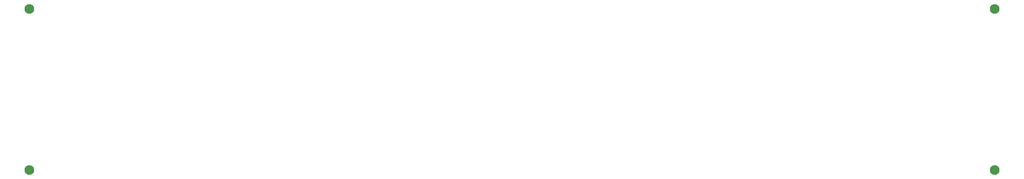
<source format=gbr>
%TF.GenerationSoftware,KiCad,Pcbnew,9.0.4*%
%TF.CreationDate,2025-11-16T22:43:41-07:00*%
%TF.ProjectId,Nixie Clock ECE5930,4e697869-6520-4436-9c6f-636b20454345,rev?*%
%TF.SameCoordinates,Original*%
%TF.FileFunction,NonPlated,1,2,NPTH,Drill*%
%TF.FilePolarity,Positive*%
%FSLAX46Y46*%
G04 Gerber Fmt 4.6, Leading zero omitted, Abs format (unit mm)*
G04 Created by KiCad (PCBNEW 9.0.4) date 2025-11-16 22:43:41*
%MOMM*%
%LPD*%
G01*
G04 APERTURE LIST*
%TA.AperFunction,ComponentDrill*%
%ADD10C,2.100000*%
%TD*%
G04 APERTURE END LIST*
D10*
%TO.C,REF\u002A\u002A*%
X33020000Y-26670000D03*
X33020000Y-61595000D03*
X241935000Y-26670000D03*
X241935000Y-61595000D03*
M02*

</source>
